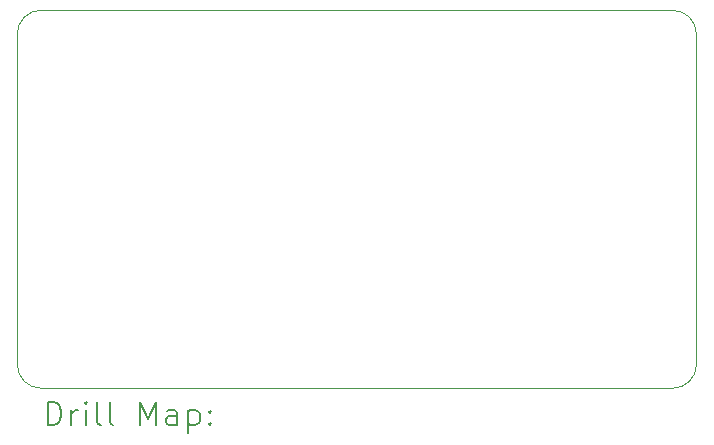
<source format=gbr>
%TF.GenerationSoftware,KiCad,Pcbnew,8.0.8-8.0.8-0~ubuntu22.04.1*%
%TF.CreationDate,2025-01-23T22:19:47+01:00*%
%TF.ProjectId,glm5va,676c6d35-7661-42e6-9b69-6361645f7063,v1.0*%
%TF.SameCoordinates,Original*%
%TF.FileFunction,Drillmap*%
%TF.FilePolarity,Positive*%
%FSLAX45Y45*%
G04 Gerber Fmt 4.5, Leading zero omitted, Abs format (unit mm)*
G04 Created by KiCad (PCBNEW 8.0.8-8.0.8-0~ubuntu22.04.1) date 2025-01-23 22:19:47*
%MOMM*%
%LPD*%
G01*
G04 APERTURE LIST*
%ADD10C,0.050000*%
%ADD11C,0.200000*%
G04 APERTURE END LIST*
D10*
X11850000Y-6950000D02*
X17200000Y-6950000D01*
X11650000Y-9950000D02*
X11650000Y-7150000D01*
X17200000Y-6950000D02*
G75*
G02*
X17400000Y-7150000I0J-200000D01*
G01*
X17400000Y-7150000D02*
X17400000Y-9950000D01*
X11850000Y-10150000D02*
G75*
G02*
X11650000Y-9950000I0J200000D01*
G01*
X17400000Y-9950000D02*
G75*
G02*
X17200000Y-10150000I-200000J0D01*
G01*
X11650000Y-7150000D02*
G75*
G02*
X11850000Y-6950000I200000J0D01*
G01*
X17200000Y-10150000D02*
X11850000Y-10150000D01*
D11*
X11908277Y-10463984D02*
X11908277Y-10263984D01*
X11908277Y-10263984D02*
X11955896Y-10263984D01*
X11955896Y-10263984D02*
X11984467Y-10273508D01*
X11984467Y-10273508D02*
X12003515Y-10292555D01*
X12003515Y-10292555D02*
X12013039Y-10311603D01*
X12013039Y-10311603D02*
X12022562Y-10349698D01*
X12022562Y-10349698D02*
X12022562Y-10378270D01*
X12022562Y-10378270D02*
X12013039Y-10416365D01*
X12013039Y-10416365D02*
X12003515Y-10435412D01*
X12003515Y-10435412D02*
X11984467Y-10454460D01*
X11984467Y-10454460D02*
X11955896Y-10463984D01*
X11955896Y-10463984D02*
X11908277Y-10463984D01*
X12108277Y-10463984D02*
X12108277Y-10330650D01*
X12108277Y-10368746D02*
X12117801Y-10349698D01*
X12117801Y-10349698D02*
X12127324Y-10340174D01*
X12127324Y-10340174D02*
X12146372Y-10330650D01*
X12146372Y-10330650D02*
X12165420Y-10330650D01*
X12232086Y-10463984D02*
X12232086Y-10330650D01*
X12232086Y-10263984D02*
X12222562Y-10273508D01*
X12222562Y-10273508D02*
X12232086Y-10283031D01*
X12232086Y-10283031D02*
X12241610Y-10273508D01*
X12241610Y-10273508D02*
X12232086Y-10263984D01*
X12232086Y-10263984D02*
X12232086Y-10283031D01*
X12355896Y-10463984D02*
X12336848Y-10454460D01*
X12336848Y-10454460D02*
X12327324Y-10435412D01*
X12327324Y-10435412D02*
X12327324Y-10263984D01*
X12460658Y-10463984D02*
X12441610Y-10454460D01*
X12441610Y-10454460D02*
X12432086Y-10435412D01*
X12432086Y-10435412D02*
X12432086Y-10263984D01*
X12689229Y-10463984D02*
X12689229Y-10263984D01*
X12689229Y-10263984D02*
X12755896Y-10406841D01*
X12755896Y-10406841D02*
X12822562Y-10263984D01*
X12822562Y-10263984D02*
X12822562Y-10463984D01*
X13003515Y-10463984D02*
X13003515Y-10359222D01*
X13003515Y-10359222D02*
X12993991Y-10340174D01*
X12993991Y-10340174D02*
X12974943Y-10330650D01*
X12974943Y-10330650D02*
X12936848Y-10330650D01*
X12936848Y-10330650D02*
X12917801Y-10340174D01*
X13003515Y-10454460D02*
X12984467Y-10463984D01*
X12984467Y-10463984D02*
X12936848Y-10463984D01*
X12936848Y-10463984D02*
X12917801Y-10454460D01*
X12917801Y-10454460D02*
X12908277Y-10435412D01*
X12908277Y-10435412D02*
X12908277Y-10416365D01*
X12908277Y-10416365D02*
X12917801Y-10397317D01*
X12917801Y-10397317D02*
X12936848Y-10387793D01*
X12936848Y-10387793D02*
X12984467Y-10387793D01*
X12984467Y-10387793D02*
X13003515Y-10378270D01*
X13098753Y-10330650D02*
X13098753Y-10530650D01*
X13098753Y-10340174D02*
X13117801Y-10330650D01*
X13117801Y-10330650D02*
X13155896Y-10330650D01*
X13155896Y-10330650D02*
X13174943Y-10340174D01*
X13174943Y-10340174D02*
X13184467Y-10349698D01*
X13184467Y-10349698D02*
X13193991Y-10368746D01*
X13193991Y-10368746D02*
X13193991Y-10425889D01*
X13193991Y-10425889D02*
X13184467Y-10444936D01*
X13184467Y-10444936D02*
X13174943Y-10454460D01*
X13174943Y-10454460D02*
X13155896Y-10463984D01*
X13155896Y-10463984D02*
X13117801Y-10463984D01*
X13117801Y-10463984D02*
X13098753Y-10454460D01*
X13279705Y-10444936D02*
X13289229Y-10454460D01*
X13289229Y-10454460D02*
X13279705Y-10463984D01*
X13279705Y-10463984D02*
X13270182Y-10454460D01*
X13270182Y-10454460D02*
X13279705Y-10444936D01*
X13279705Y-10444936D02*
X13279705Y-10463984D01*
X13279705Y-10340174D02*
X13289229Y-10349698D01*
X13289229Y-10349698D02*
X13279705Y-10359222D01*
X13279705Y-10359222D02*
X13270182Y-10349698D01*
X13270182Y-10349698D02*
X13279705Y-10340174D01*
X13279705Y-10340174D02*
X13279705Y-10359222D01*
M02*

</source>
